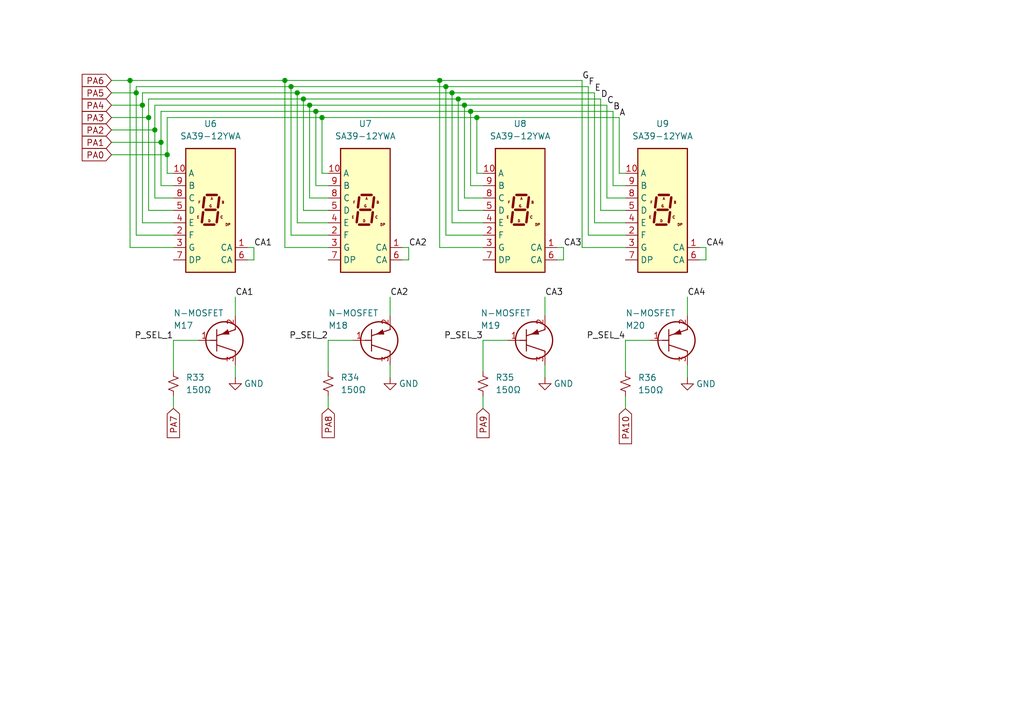
<source format=kicad_sch>
(kicad_sch (version 20231120) (generator "eeschema") (generator_version "8.0")
  (paper "A5")
  (title_block (title "Placement Display"))
  (lib_symbols
    (symbol "Device:R_Small_US" (pin_numbers hide) (pin_names (offset 0.254) hide)
      (property "Reference" "R" (at 0.762 0.508 0))
      (property "Value" "R_Small_US" (at 0.762 -1.016 0))
      (symbol "R_Small_US_1_1"
        (polyline (pts (xy 0 0) (xy 1.016 -0.381) (xy 0 -0.762) (xy -1.016 -1.143) (xy 0 -1.524)))
        (polyline (pts (xy 0 1.524) (xy 1.016 1.143) (xy 0 0.762) (xy -1.016 0.381) (xy 0 0)))
        (pin passive line (at 0 2.54 270) (length 1.016) (name "~") (number "1"))
        (pin passive line (at 0 -2.54 90) (length 1.016) (name "~") (number "2"))
      )
    )
    (symbol "Display_Character:SA39-12YWA"
      (property "Reference" "U" (at -3.81 13.97 0))
      (property "Value" "SA39-12YWA" (at 6.35 13.97 0))
      (symbol "SA39-12YWA_1_0"
        (text "A" (at 0.254 2.413 0) (effects (font (size 0.508 0.508))))
        (text "B" (at 2.54 1.651 0) (effects (font (size 0.508 0.508))))
        (text "C" (at 2.286 -1.397 0) (effects (font (size 0.508 0.508))))
        (text "D" (at -0.254 -2.159 0) (effects (font (size 0.508 0.508))))
        (text "DP" (at 3.556 -2.921 0) (effects (font (size 0.508 0.508))))
        (text "E" (at -2.54 -1.397 0) (effects (font (size 0.508 0.508))))
        (text "F" (at -2.286 1.651 0) (effects (font (size 0.508 0.508))))
        (text "G" (at 0 0.889 0) (effects (font (size 0.508 0.508))))
      )
      (symbol "SA39-12YWA_1_1"
        (rectangle (start -5.08 12.7) (end 5.08 -12.7) (stroke (width 0.254)) (fill (type background)))
        (polyline (pts (xy -1.524 -0.381) (xy -1.778 -2.413)) (stroke (width 0.508)))
        (polyline (pts (xy -1.27 -2.921) (xy 0.762 -2.921)) (stroke (width 0.508)))
        (polyline (pts (xy -1.27 2.667) (xy -1.524 0.635)) (stroke (width 0.508)))
        (polyline (pts (xy -1.016 0.127) (xy 1.016 0.127)) (stroke (width 0.508)))
        (polyline (pts (xy -0.762 3.175) (xy 1.27 3.175)) (stroke (width 0.508)))
        (polyline (pts (xy 1.524 -0.381) (xy 1.27 -2.413)) (stroke (width 0.508)))
        (polyline (pts (xy 1.778 2.667) (xy 1.524 0.635)) (stroke (width 0.508)))
        (polyline (pts (xy 2.54 -2.921) (xy 2.54 -2.921)) (stroke (width 0.508)))
        (pin input line (at 7.62 -7.62 180) (length 2.54) (name "CA") (number "1"))
        (pin input line (at -7.62 7.62 0) (length 2.54) (name "A") (number "10"))
        (pin input line (at -7.62 -5.08 0) (length 2.54) (name "F") (number "2"))
        (pin input line (at -7.62 -7.62 0) (length 2.54) (name "G") (number "3"))
        (pin input line (at -7.62 -2.54 0) (length 2.54) (name "E") (number "4"))
        (pin input line (at -7.62 0 0) (length 2.54) (name "D") (number "5"))
        (pin input line (at 7.62 -10.16 180) (length 2.54) (name "CA") (number "6"))
        (pin input line (at -7.62 -10.16 0) (length 2.54) (name "DP") (number "7"))
        (pin input line (at -7.62 2.54 0) (length 2.54) (name "C") (number "8"))
        (pin input line (at -7.62 5.08 0) (length 2.54) (name "B") (number "9"))
      )
    )
    (symbol "pn2907a-smt:PMBT2907A_235" (pin_names (offset 0.254))
      (property "Reference" "Q" (at 10.16 2.54 0))
      (property "Value" "PMBT2907A_235" (at 21.336 -5.588 0))
      (symbol "PMBT2907A_235_0_1"
        (polyline (pts (xy 2.54 0) (xy 3.81 0)) (stroke (width 0.2032)))
        (polyline (pts (xy 3.81 -2.2098) (xy 3.81 2.2098)) (stroke (width 0.2032)))
        (polyline (pts (xy 3.81 -0.9398) (xy 7.62 -2.2098)) (stroke (width 0.2032)))
        (polyline (pts (xy 3.81 0.9398) (xy 7.62 2.2098)) (stroke (width 0.2032)))
        (polyline (pts (xy 7.62 -2.54) (xy 7.62 -2.2098)) (stroke (width 0.2032)))
        (polyline (pts (xy 7.62 2.2098) (xy 7.62 2.54)) (stroke (width 0.2032)))
        (polyline (pts (xy 6.0198 -2.2098) (xy 6.35 -1.27) (xy 4.7498 -1.27)) (fill (type outline)))
        (circle (center 5.3848 0) (radius 3.81) (stroke (width 0.254)))
        (pin unspecified line (at 0 0 0) (length 2.54) (name "") (number "1"))
        (pin unspecified line (at 7.62 -5.08 90) (length 2.54) (name "") (number "2"))
        (pin unspecified line (at 7.62 5.08 270) (length 2.54) (name "") (number "3"))
      )
    )
    (symbol "power:GND" (power) (pin_numbers hide) (pin_names (offset 0) hide)
      (property "Value" "GND" (at 0 -3.81 0))
      (symbol "GND_0_1"
        (polyline (pts (xy 0 0) (xy 0 -1.27) (xy 1.27 -1.27) (xy 0 -2.54) (xy -1.27 -1.27) (xy 0 -1.27)))
      )
      (symbol "GND_1_1"
        (pin power_in line (at 0 0 270) (length 0) (name "~") (number "1"))
      )
    )
  )
  (junction (at 62.23 20.32))
  (junction (at 60.96 19.05))
  (junction (at 63.5 21.59))
  (junction (at 91.44 17.78))
  (junction (at 92.71 19.05))
  (junction (at 96.52 22.86))
  (junction (at 33.02 29.21))
  (junction (at 34.29 31.75))
  (junction (at 27.94 19.05))
  (junction (at 97.79 24.13))
  (junction (at 29.21 21.59))
  (junction (at 58.42 16.51))
  (junction (at 90.17 16.51))
  (junction (at 31.75 26.67))
  (junction (at 30.48 24.13))
  (junction (at 64.77 22.86))
  (junction (at 66.04 24.13))
  (junction (at 95.25 21.59))
  (junction (at 93.98 20.32))
  (junction (at 26.67 16.51))
  (junction (at 59.69 17.78))
  (wire (pts (xy 67.31 48.26) (xy 59.69 48.26)))
  (wire (pts (xy 50.8 50.8) (xy 52.07 50.8)))
  (wire (pts (xy 34.29 31.75) (xy 34.29 24.13)))
  (wire (pts (xy 63.5 40.64) (xy 63.5 21.59)))
  (wire (pts (xy 99.06 48.26) (xy 91.44 48.26)))
  (wire (pts (xy 67.31 83.82) (xy 67.31 81.28)))
  (wire (pts (xy 22.86 31.75) (xy 34.29 31.75)))
  (wire (pts (xy 97.79 24.13) (xy 127 24.13)))
  (wire (pts (xy 93.98 43.18) (xy 93.98 20.32)))
  (wire (pts (xy 111.76 64.77) (xy 111.76 60.96)))
  (wire (pts (xy 27.94 48.26) (xy 27.94 19.05)))
  (wire (pts (xy 34.29 35.56) (xy 34.29 31.75)))
  (wire (pts (xy 83.82 50.8) (xy 83.82 53.34)))
  (wire (pts (xy 29.21 45.72) (xy 29.21 21.59)))
  (wire (pts (xy 33.02 38.1) (xy 33.02 29.21)))
  (wire (pts (xy 115.57 53.34) (xy 114.3 53.34)))
  (wire (pts (xy 128.27 83.8602) (xy 128.27 81.3202)))
  (wire (pts (xy 80.01 64.77) (xy 80.01 60.96)))
  (wire (pts (xy 31.75 21.59) (xy 63.5 21.59)))
  (wire (pts (xy 99.06 83.82) (xy 99.06 81.28)))
  (wire (pts (xy 67.31 45.72) (xy 60.96 45.72)))
  (wire (pts (xy 29.21 19.05) (xy 60.96 19.05)))
  (wire (pts (xy 67.31 40.64) (xy 63.5 40.64)))
  (wire (pts (xy 121.92 45.72) (xy 128.27 45.72)))
  (wire (pts (xy 35.56 45.72) (xy 29.21 45.72)))
  (wire (pts (xy 33.02 22.86) (xy 64.77 22.86)))
  (wire (pts (xy 114.3 50.8) (xy 115.57 50.8)))
  (wire (pts (xy 90.17 16.51) (xy 119.38 16.51)))
  (wire (pts (xy 62.23 43.18) (xy 62.23 20.32)))
  (wire (pts (xy 34.29 24.13) (xy 66.04 24.13)))
  (wire (pts (xy 99.06 35.56) (xy 97.79 35.56)))
  (wire (pts (xy 119.38 16.51) (xy 119.38 50.8)))
  (wire (pts (xy 22.86 29.21) (xy 33.02 29.21)))
  (wire (pts (xy 26.67 16.51) (xy 58.42 16.51)))
  (wire (pts (xy 35.56 35.56) (xy 34.29 35.56)))
  (wire (pts (xy 40.64 69.85) (xy 35.56 69.85)))
  (wire (pts (xy 82.55 50.8) (xy 83.82 50.8)))
  (wire (pts (xy 127 24.13) (xy 127 35.56)))
  (wire (pts (xy 92.71 19.05) (xy 92.71 45.72)))
  (wire (pts (xy 92.71 19.05) (xy 121.92 19.05)))
  (wire (pts (xy 96.52 22.86) (xy 125.73 22.86)))
  (wire (pts (xy 35.56 38.1) (xy 33.02 38.1)))
  (wire (pts (xy 143.51 50.8) (xy 144.78 50.8)))
  (wire (pts (xy 31.75 26.67) (xy 31.75 21.59)))
  (wire (pts (xy 144.78 50.8) (xy 144.78 53.34)))
  (wire (pts (xy 33.02 29.21) (xy 33.02 22.86)))
  (wire (pts (xy 59.69 48.26) (xy 59.69 17.78)))
  (wire (pts (xy 124.46 40.64) (xy 128.27 40.64)))
  (wire (pts (xy 95.25 21.59) (xy 124.46 21.59)))
  (wire (pts (xy 90.17 50.8) (xy 90.17 16.51)))
  (wire (pts (xy 121.92 19.05) (xy 121.92 45.72)))
  (wire (pts (xy 99.06 45.72) (xy 92.71 45.72)))
  (wire (pts (xy 99.06 69.85) (xy 99.06 76.2)))
  (wire (pts (xy 140.97 77.5102) (xy 140.97 74.93)))
  (wire (pts (xy 22.86 24.13) (xy 30.48 24.13)))
  (wire (pts (xy 125.73 22.86) (xy 125.73 38.1)))
  (wire (pts (xy 80.01 77.47) (xy 80.01 74.93)))
  (wire (pts (xy 31.75 40.64) (xy 31.75 26.67)))
  (wire (pts (xy 27.94 19.05) (xy 27.94 17.78)))
  (wire (pts (xy 133.35 69.85) (xy 128.27 69.85)))
  (wire (pts (xy 123.19 43.18) (xy 128.27 43.18)))
  (wire (pts (xy 60.96 19.05) (xy 60.96 45.72)))
  (wire (pts (xy 35.56 43.18) (xy 30.48 43.18)))
  (wire (pts (xy 66.04 24.13) (xy 66.04 35.56)))
  (wire (pts (xy 64.77 22.86) (xy 64.77 38.1)))
  (wire (pts (xy 72.39 69.85) (xy 67.31 69.85)))
  (wire (pts (xy 22.86 26.67) (xy 31.75 26.67)))
  (wire (pts (xy 35.56 50.8) (xy 26.67 50.8)))
  (wire (pts (xy 83.82 53.34) (xy 82.55 53.34)))
  (wire (pts (xy 67.31 50.8) (xy 58.42 50.8)))
  (wire (pts (xy 60.96 19.05) (xy 92.71 19.05)))
  (wire (pts (xy 67.31 38.1) (xy 64.77 38.1)))
  (wire (pts (xy 120.65 48.26) (xy 128.27 48.26)))
  (wire (pts (xy 63.5 21.59) (xy 95.25 21.59)))
  (wire (pts (xy 96.52 22.86) (xy 96.52 38.1)))
  (wire (pts (xy 35.56 48.26) (xy 27.94 48.26)))
  (wire (pts (xy 99.06 50.8) (xy 90.17 50.8)))
  (wire (pts (xy 30.48 20.32) (xy 62.23 20.32)))
  (wire (pts (xy 67.31 43.18) (xy 62.23 43.18)))
  (wire (pts (xy 99.06 43.18) (xy 93.98 43.18)))
  (wire (pts (xy 67.31 69.85) (xy 67.31 76.2)))
  (wire (pts (xy 64.77 22.86) (xy 96.52 22.86)))
  (wire (pts (xy 120.65 17.78) (xy 120.65 48.26)))
  (wire (pts (xy 27.94 17.78) (xy 59.69 17.78)))
  (wire (pts (xy 99.06 40.64) (xy 95.25 40.64)))
  (wire (pts (xy 58.42 16.51) (xy 90.17 16.51)))
  (wire (pts (xy 93.98 20.32) (xy 123.19 20.32)))
  (wire (pts (xy 91.44 48.26) (xy 91.44 17.78)))
  (wire (pts (xy 119.38 50.8) (xy 128.27 50.8)))
  (wire (pts (xy 30.48 43.18) (xy 30.48 24.13)))
  (wire (pts (xy 104.14 69.85) (xy 99.06 69.85)))
  (wire (pts (xy 125.73 38.1) (xy 128.27 38.1)))
  (wire (pts (xy 35.56 40.64) (xy 31.75 40.64)))
  (wire (pts (xy 22.86 16.51) (xy 26.67 16.51)))
  (wire (pts (xy 30.48 24.13) (xy 30.48 20.32)))
  (wire (pts (xy 67.31 35.56) (xy 66.04 35.56)))
  (wire (pts (xy 35.56 69.85) (xy 35.56 76.2)))
  (wire (pts (xy 52.07 50.8) (xy 52.07 53.34)))
  (wire (pts (xy 52.07 53.34) (xy 50.8 53.34)))
  (wire (pts (xy 95.25 40.64) (xy 95.25 21.59)))
  (wire (pts (xy 140.97 60.96) (xy 140.97 64.77)))
  (wire (pts (xy 48.26 64.77) (xy 48.26 60.96)))
  (wire (pts (xy 115.57 50.8) (xy 115.57 53.34)))
  (wire (pts (xy 66.04 24.13) (xy 97.79 24.13)))
  (wire (pts (xy 123.19 20.32) (xy 123.19 43.18)))
  (wire (pts (xy 144.78 53.34) (xy 143.51 53.34)))
  (wire (pts (xy 127 35.56) (xy 128.27 35.56)))
  (wire (pts (xy 26.67 16.51) (xy 26.67 50.8)))
  (wire (pts (xy 48.26 77.47) (xy 48.26 74.93)))
  (wire (pts (xy 62.23 20.32) (xy 93.98 20.32)))
  (wire (pts (xy 35.56 83.82) (xy 35.56 81.28)))
  (wire (pts (xy 29.21 21.59) (xy 29.21 19.05)))
  (wire (pts (xy 58.42 50.8) (xy 58.42 16.51)))
  (wire (pts (xy 111.76 77.47) (xy 111.76 74.93)))
  (wire (pts (xy 99.06 38.1) (xy 96.52 38.1)))
  (wire (pts (xy 22.86 19.05) (xy 27.94 19.05)))
  (wire (pts (xy 128.27 69.85) (xy 128.27 76.2402)))
  (wire (pts (xy 97.79 24.13) (xy 97.79 35.56)))
  (wire (pts (xy 59.69 17.78) (xy 91.44 17.78)))
  (wire (pts (xy 22.86 21.59) (xy 29.21 21.59)))
  (wire (pts (xy 91.44 17.78) (xy 120.65 17.78)))
  (wire (pts (xy 124.46 21.59) (xy 124.46 40.64)))
  (label "B" (at 125.73 22.86 0))
  (label "CA1" (at 48.26 60.96 0))
  (label "P_SEL_3" (at 99.06 69.85 180))
  (label "CA1" (at 52.07 50.8 0))
  (label "CA4" (at 140.97 60.96 0))
  (label "CA3" (at 111.76 60.96 0))
  (label "P_SEL_1" (at 35.56 69.85 180))
  (label "D" (at 123.19 20.32 0))
  (label "F" (at 120.65 17.78 0))
  (label "CA3" (at 115.57 50.8 0))
  (label "A" (at 127 24.13 0))
  (label "CA2" (at 80.01 60.96 0))
  (label "G" (at 119.38 16.51 0))
  (label "CA4" (at 144.78 50.8 0))
  (label "P_SEL_4" (at 128.27 69.85 180))
  (label "E" (at 121.92 19.05 0))
  (label "P_SEL_2" (at 67.31 69.85 180))
  (label "C" (at 124.46 21.59 0))
  (label "CA2" (at 83.82 50.8 0))
  (global_label "PA10" (shape input) (at 128.27 83.8602 270) (property "Intersheetrefs" "${INTERSHEET_REFS}" (effects (hide yes))))
  (global_label "PA5" (shape input) (at 22.86 19.05 180) (property "Intersheetrefs" "${INTERSHEET_REFS}" (effects (hide yes))))
  (global_label "PA4" (shape input) (at 22.86 21.59 180) (property "Intersheetrefs" "${INTERSHEET_REFS}" (effects (hide yes))))
  (global_label "PA8" (shape input) (at 67.31 83.82 270) (property "Intersheetrefs" "${INTERSHEET_REFS}" (effects (hide yes))))
  (global_label "PA0" (shape input) (at 22.86 31.75 180) (property "Intersheetrefs" "${INTERSHEET_REFS}" (effects (hide yes))))
  (global_label "PA2" (shape input) (at 22.86 26.67 180) (property "Intersheetrefs" "${INTERSHEET_REFS}" (effects (hide yes))))
  (global_label "PA3" (shape input) (at 22.86 24.13 180) (property "Intersheetrefs" "${INTERSHEET_REFS}" (effects (hide yes))))
  (global_label "PA9" (shape input) (at 99.06 83.82 270) (property "Intersheetrefs" "${INTERSHEET_REFS}" (effects (hide yes))))
  (global_label "PA6" (shape input) (at 22.86 16.51 180) (property "Intersheetrefs" "${INTERSHEET_REFS}" (effects (hide yes))))
  (global_label "PA7" (shape input) (at 35.56 83.82 270) (property "Intersheetrefs" "${INTERSHEET_REFS}" (effects (hide yes))))
  (global_label "PA1" (shape input) (at 22.86 29.21 180) (property "Intersheetrefs" "${INTERSHEET_REFS}" (effects (hide yes))))
  (symbol (lib_id "Device:R_Small_US") (at 99.06 78.74 0) (unit 1)
    (property "Reference" "R35" (at 101.6 77.4699 0) (effects (justify left)))
    (property "Value" "150Ω" (at 101.6 80.0099 0) (effects (justify left)))
    (property "Footprint" "Resistor_SMD:R_0805_2012Metric" (effects (hide yes)))
    (property "Description" "Resistor, small US symbol" (effects (hide yes)))
  )
  (symbol (lib_id "pn2907a-smt:PMBT2907A_235") (at 133.35 69.85 0) (mirror x) (unit 1)
    (property "Reference" "M20" (at 128.27 66.802 0) (effects (justify left)))
    (property "Value" "N-MOSFET" (at 128.27 64.262 0) (effects (justify left)))
    (property "Footprint" "TO-236AB_SOT23_NEX" (effects (hide yes)))
    (property "Datasheet" "PMBT2907A_235" (effects (hide yes)))
    (property "Description" "General Purpose PNP Transistors" (effects (hide yes)))
  )
  (symbol (lib_id "Display_Character:SA39-12YWA") (at 74.93 43.18 0) (unit 1)
    (property "Reference" "U7" (at 74.93 25.4 0))
    (property "Value" "SA39-12YWA" (at 74.93 27.94 0))
    (property "Footprint" "7-seg-1-inch:LDS-AA14RI" (effects (hide yes)))
    (property "Datasheet" "http://www.kingbrightusa.com/images/catalog/SPEC/sa39-12ywa.pdf" (effects (hide yes)))
    (property "Description" "Single digit 7 segment display, yellow, common anode" (effects (hide yes)))
  )
  (symbol (lib_id "pn2907a-smt:PMBT2907A_235") (at 72.39 69.85 0) (mirror x) (unit 1)
    (property "Reference" "M18" (at 67.31 66.802 0) (effects (justify left)))
    (property "Value" "N-MOSFET" (at 67.31 64.262 0) (effects (justify left)))
    (property "Footprint" "TO-236AB_SOT23_NEX" (effects (hide yes)))
    (property "Datasheet" "PMBT2907A_235" (effects (hide yes)))
    (property "Description" "General Purpose PNP Transistors" (effects (hide yes)))
  )
  (symbol (lib_id "power:GND") (at 140.97 77.5102 0) (mirror y) (unit 1)
    (property "Reference" "#PWR046" (effects (hide yes)))
    (property "Value" "GND" (at 144.78 78.7802 0))
    (property "Description" "Power symbol creates a global label with name \"GND\" , ground" (effects (hide yes)))
  )
  (symbol (lib_id "Display_Character:SA39-12YWA") (at 43.18 43.18 0) (unit 1)
    (property "Reference" "U6" (at 43.18 25.4 0))
    (property "Value" "SA39-12YWA" (at 43.18 27.94 0))
    (property "Footprint" "7-seg-1-inch:LDS-AA14RI" (effects (hide yes)))
    (property "Datasheet" "http://www.kingbrightusa.com/images/catalog/SPEC/sa39-12ywa.pdf" (effects (hide yes)))
    (property "Description" "Single digit 7 segment display, yellow, common anode" (effects (hide yes)))
  )
  (symbol (lib_id "pn2907a-smt:PMBT2907A_235") (at 104.14 69.85 0) (mirror x) (unit 1)
    (property "Reference" "M19" (at 98.552 66.802 0) (effects (justify left)))
    (property "Value" "N-MOSFET" (at 98.552 64.262 0) (effects (justify left)))
    (property "Footprint" "TO-236AB_SOT23_NEX" (effects (hide yes)))
    (property "Datasheet" "PMBT2907A_235" (effects (hide yes)))
    (property "Description" "General Purpose PNP Transistors" (effects (hide yes)))
  )
  (symbol (lib_id "Device:R_Small_US") (at 35.56 78.74 0) (unit 1)
    (property "Reference" "R33" (at 38.1 77.4699 0) (effects (justify left)))
    (property "Value" "150Ω" (at 38.1 80.0099 0) (effects (justify left)))
    (property "Footprint" "Resistor_SMD:R_0805_2012Metric" (effects (hide yes)))
    (property "Description" "Resistor, small US symbol" (effects (hide yes)))
  )
  (symbol (lib_id "pn2907a-smt:PMBT2907A_235") (at 40.64 69.85 0) (mirror x) (unit 1)
    (property "Reference" "M17" (at 35.56 66.802 0) (effects (justify left)))
    (property "Value" "N-MOSFET" (at 35.56 64.262 0) (effects (justify left)))
    (property "Footprint" "TO-236AB_SOT23_NEX" (effects (hide yes)))
    (property "Datasheet" "PMBT2907A_235" (effects (hide yes)))
    (property "Description" "General Purpose PNP Transistors" (effects (hide yes)))
  )
  (symbol (lib_id "power:GND") (at 111.76 77.47 0) (mirror y) (unit 1)
    (property "Reference" "#PWR045" (effects (hide yes)))
    (property "Value" "GND" (at 115.57 78.74 0))
    (property "Description" "Power symbol creates a global label with name \"GND\" , ground" (effects (hide yes)))
  )
  (symbol (lib_id "Device:R_Small_US") (at 67.31 78.74 0) (unit 1)
    (property "Reference" "R34" (at 69.85 77.4699 0) (effects (justify left)))
    (property "Value" "150Ω" (at 69.85 80.0099 0) (effects (justify left)))
    (property "Footprint" "Resistor_SMD:R_0805_2012Metric" (effects (hide yes)))
    (property "Description" "Resistor, small US symbol" (effects (hide yes)))
  )
  (symbol (lib_id "power:GND") (at 80.01 77.47 0) (mirror y) (unit 1)
    (property "Reference" "#PWR044" (effects (hide yes)))
    (property "Value" "GND" (at 83.82 78.74 0))
    (property "Description" "Power symbol creates a global label with name \"GND\" , ground" (effects (hide yes)))
  )
  (symbol (lib_id "Device:R_Small_US") (at 128.27 78.7802 0) (unit 1)
    (property "Reference" "R36" (at 130.81 77.5101 0) (effects (justify left)))
    (property "Value" "150Ω" (at 130.81 80.0501 0) (effects (justify left)))
    (property "Footprint" "Resistor_SMD:R_0805_2012Metric" (effects (hide yes)))
    (property "Description" "Resistor, small US symbol" (effects (hide yes)))
  )
  (symbol (lib_id "Display_Character:SA39-12YWA") (at 135.89 43.18 0) (unit 1)
    (property "Reference" "U9" (at 135.89 25.4 0))
    (property "Value" "SA39-12YWA" (at 135.89 27.94 0))
    (property "Footprint" "7-seg-1-inch:LDS-AA14RI" (effects (hide yes)))
    (property "Datasheet" "http://www.kingbrightusa.com/images/catalog/SPEC/sa39-12ywa.pdf" (effects (hide yes)))
    (property "Description" "Single digit 7 segment display, yellow, common anode" (effects (hide yes)))
  )
  (symbol (lib_id "power:GND") (at 48.26 77.47 0) (mirror y) (unit 1)
    (property "Reference" "#PWR043" (effects (hide yes)))
    (property "Value" "GND" (at 52.07 78.74 0))
    (property "Description" "Power symbol creates a global label with name \"GND\" , ground" (effects (hide yes)))
  )
  (symbol (lib_id "Display_Character:SA39-12YWA") (at 106.68 43.18 0) (unit 1)
    (property "Reference" "U8" (at 106.68 25.4 0))
    (property "Value" "SA39-12YWA" (at 106.68 27.94 0))
    (property "Footprint" "7-seg-1-inch:LDS-AA14RI" (effects (hide yes)))
    (property "Datasheet" "http://www.kingbrightusa.com/images/catalog/SPEC/sa39-12ywa.pdf" (effects (hide yes)))
    (property "Description" "Single digit 7 segment display, yellow, common anode" (effects (hide yes)))
  )
)
</source>
